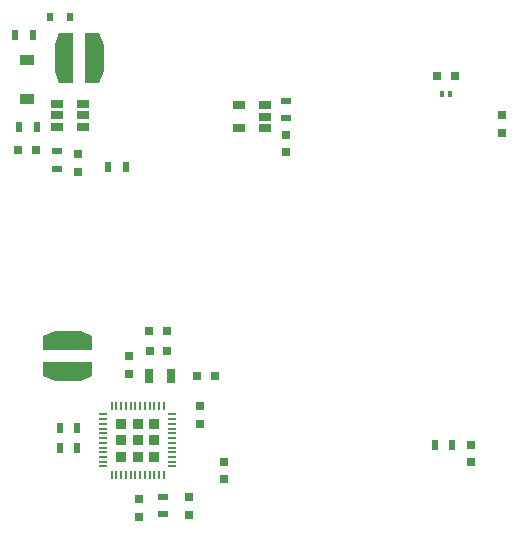
<source format=gtp>
G04 #@! TF.FileFunction,Paste,Top*
%FSLAX46Y46*%
G04 Gerber Fmt 4.6, Leading zero omitted, Abs format (unit mm)*
G04 Created by KiCad (PCBNEW 4.0.7-e2-6376~58~ubuntu16.04.1) date Sat Jul  7 02:27:32 2018*
%MOMM*%
%LPD*%
G01*
G04 APERTURE LIST*
%ADD10C,0.100000*%
%ADD11R,0.750000X0.800000*%
%ADD12R,0.800000X0.750000*%
%ADD13R,0.300000X0.550000*%
%ADD14R,0.600000X0.800000*%
%ADD15R,1.200000X0.900000*%
%ADD16R,0.500000X0.900000*%
%ADD17R,0.900000X0.500000*%
%ADD18R,0.700000X1.300000*%
%ADD19R,1.060000X0.650000*%
%ADD20O,0.700000X0.200000*%
%ADD21O,0.200000X0.700000*%
%ADD22R,0.840000X0.840000*%
G04 APERTURE END LIST*
D10*
D11*
X57447100Y-65155000D03*
X57447100Y-63655000D03*
X62603300Y-94327600D03*
X62603300Y-92827600D03*
X69778800Y-91176600D03*
X69778800Y-89676600D03*
D12*
X87848000Y-57067200D03*
X89348000Y-57067200D03*
D11*
X67721400Y-84978300D03*
X67721400Y-86478300D03*
X93294200Y-60311600D03*
X93294200Y-61811600D03*
X66802000Y-94210000D03*
X66802000Y-92710000D03*
X90670000Y-88230000D03*
X90670000Y-89730000D03*
X61772800Y-82258600D03*
X61772800Y-80758600D03*
D12*
X63466200Y-78654400D03*
X64966200Y-78654400D03*
X67517500Y-82426300D03*
X69017500Y-82426300D03*
X63491600Y-80305400D03*
X64991600Y-80305400D03*
X53872600Y-63287400D03*
X52372600Y-63287400D03*
D11*
X75011200Y-61991300D03*
X75011200Y-63491300D03*
D13*
X88923000Y-58567200D03*
X88273000Y-58567200D03*
D14*
X55018500Y-52067800D03*
X56718500Y-52067800D03*
D15*
X53091000Y-59006500D03*
X53091000Y-55706500D03*
D10*
G36*
X58645400Y-79024500D02*
X54445400Y-79024500D01*
X55445400Y-78624500D01*
X57645400Y-78624500D01*
X58645400Y-79024500D01*
X58645400Y-79024500D01*
G37*
G36*
X58645400Y-80224500D02*
X54445400Y-80224500D01*
X54445400Y-79024500D01*
X58645400Y-79024500D01*
X58645400Y-80224500D01*
X58645400Y-80224500D01*
G37*
G36*
X57045400Y-80224500D02*
X56045400Y-80224500D01*
X56045400Y-78624500D01*
X57045400Y-78624500D01*
X57045400Y-80224500D01*
X57045400Y-80224500D01*
G37*
G36*
X54445400Y-81224500D02*
X58645400Y-81224500D01*
X58645400Y-82424500D01*
X54445400Y-82424500D01*
X54445400Y-81224500D01*
X54445400Y-81224500D01*
G37*
G36*
X54445400Y-82424500D02*
X58645400Y-82424500D01*
X57645400Y-82824500D01*
X55445400Y-82824500D01*
X54445400Y-82424500D01*
X54445400Y-82424500D01*
G37*
G36*
X56045400Y-81224500D02*
X57045400Y-81224500D01*
X57045400Y-82824500D01*
X56045400Y-82824500D01*
X56045400Y-81224500D01*
X56045400Y-81224500D01*
G37*
G36*
X55840900Y-53402300D02*
X55840900Y-57602300D01*
X55440900Y-56602300D01*
X55440900Y-54402300D01*
X55840900Y-53402300D01*
X55840900Y-53402300D01*
G37*
G36*
X57040900Y-53402300D02*
X57040900Y-57602300D01*
X55840900Y-57602300D01*
X55840900Y-53402300D01*
X57040900Y-53402300D01*
X57040900Y-53402300D01*
G37*
G36*
X57040900Y-55002300D02*
X57040900Y-56002300D01*
X55440900Y-56002300D01*
X55440900Y-55002300D01*
X57040900Y-55002300D01*
X57040900Y-55002300D01*
G37*
G36*
X58040900Y-57602300D02*
X58040900Y-53402300D01*
X59240900Y-53402300D01*
X59240900Y-57602300D01*
X58040900Y-57602300D01*
X58040900Y-57602300D01*
G37*
G36*
X59240900Y-57602300D02*
X59240900Y-53402300D01*
X59640900Y-54402300D01*
X59640900Y-56602300D01*
X59240900Y-57602300D01*
X59240900Y-57602300D01*
G37*
G36*
X58040900Y-56002300D02*
X58040900Y-55002300D01*
X59640900Y-55002300D01*
X59640900Y-56002300D01*
X58040900Y-56002300D01*
X58040900Y-56002300D01*
G37*
D16*
X55884300Y-88509600D03*
X57384300Y-88509600D03*
D17*
X64635300Y-94149100D03*
X64635300Y-92649100D03*
D16*
X55872300Y-86870100D03*
X57372300Y-86870100D03*
X87620000Y-88255000D03*
X89120000Y-88255000D03*
D18*
X63405900Y-82451700D03*
X65305900Y-82451700D03*
D16*
X53620100Y-53538120D03*
X52120100Y-53538120D03*
X53948800Y-61357000D03*
X52448800Y-61357000D03*
D17*
X55631000Y-64888300D03*
X55631000Y-63388300D03*
X75049300Y-60621100D03*
X75049300Y-59121100D03*
D19*
X55655386Y-59412934D03*
X55655386Y-60362934D03*
X55655386Y-61312934D03*
X57855386Y-61312934D03*
X57855386Y-59412934D03*
X57855386Y-60362934D03*
X73274200Y-61415500D03*
X73274200Y-60465500D03*
X73274200Y-59515500D03*
X71074200Y-59515500D03*
X71074200Y-61415500D03*
D16*
X61504260Y-64709040D03*
X60004260Y-64709040D03*
D20*
X59585800Y-85683600D03*
X59585800Y-86083600D03*
X59585800Y-86483600D03*
X59585800Y-86883600D03*
X59585800Y-87283600D03*
X59585800Y-87683600D03*
X59585800Y-88083600D03*
X59585800Y-88483600D03*
X59585800Y-88883600D03*
X59585800Y-89283600D03*
X59585800Y-89683600D03*
X59585800Y-90083600D03*
D21*
X60285800Y-90783600D03*
X60685800Y-90783600D03*
X61085800Y-90783600D03*
X61485800Y-90783600D03*
X61885800Y-90783600D03*
X62285800Y-90783600D03*
X62685800Y-90783600D03*
X63085800Y-90783600D03*
X63485800Y-90783600D03*
X63885800Y-90783600D03*
X64285800Y-90783600D03*
X64685800Y-90783600D03*
D20*
X65385800Y-90083600D03*
X65385800Y-89683600D03*
X65385800Y-89283600D03*
X65385800Y-88883600D03*
X65385800Y-88483600D03*
X65385800Y-88083600D03*
X65385800Y-87683600D03*
X65385800Y-87283600D03*
X65385800Y-86883600D03*
X65385800Y-86483600D03*
X65385800Y-86083600D03*
X65385800Y-85683600D03*
D21*
X64685800Y-84983600D03*
X64285800Y-84983600D03*
X63885800Y-84983600D03*
X63485800Y-84983600D03*
X63085800Y-84983600D03*
X62685800Y-84983600D03*
X62285800Y-84983600D03*
X61885800Y-84983600D03*
X61485800Y-84983600D03*
X61085800Y-84983600D03*
X60685800Y-84983600D03*
X60285800Y-84983600D03*
D22*
X63885800Y-86483600D03*
X62485800Y-86483600D03*
X61085800Y-87883600D03*
X61085800Y-86483600D03*
X62485800Y-87883600D03*
X63885800Y-87883600D03*
X63885800Y-89283600D03*
X62485800Y-89283600D03*
X61085800Y-89283600D03*
M02*

</source>
